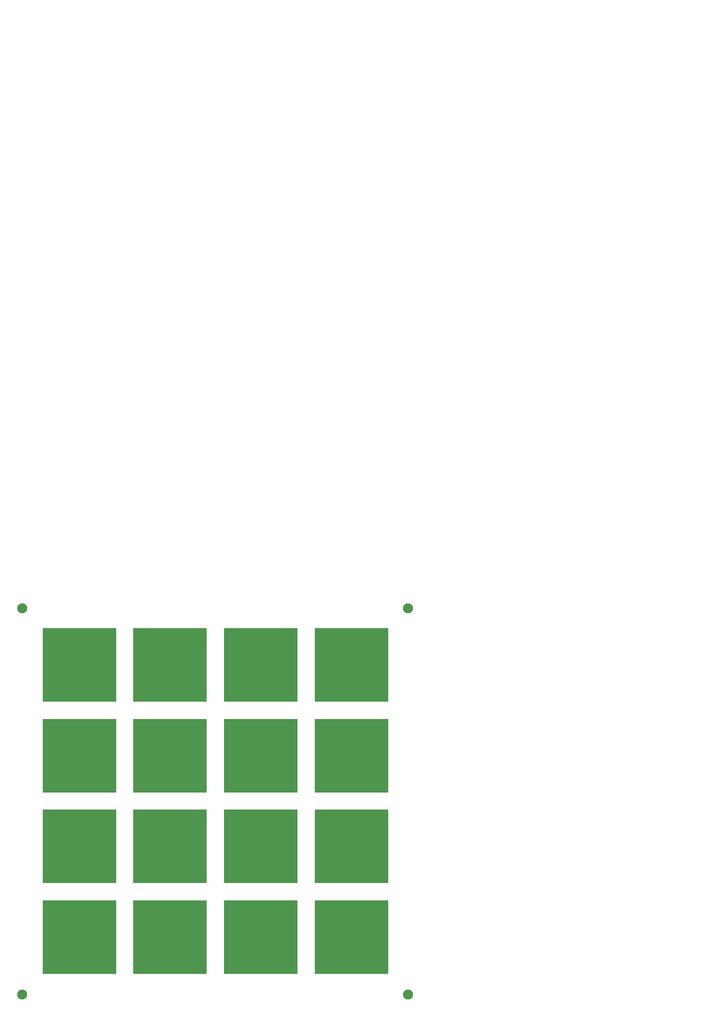
<source format=gbr>
%TF.GenerationSoftware,Altium Limited,Altium Designer,20.1.12 (249)*%
G04 Layer_Physical_Order=1*
G04 Layer_Color=255*
%FSLAX26Y26*%
%MOIN*%
%TF.SameCoordinates,D08FF7B1-8E93-4697-AE31-98C184C779B4*%
%TF.FilePolarity,Positive*%
%TF.FileFunction,Copper,L1,Top,Signal*%
%TF.Part,Single*%
G01*
G75*
%TA.AperFunction,ViaPad*%
%ADD10R,0.610236X0.610236*%
%ADD11C,0.082677*%
G36*
X5782598Y8184882D02*
D01*
D02*
G37*
D10*
X1399213Y2898228D02*
D03*
X650000D02*
D03*
X2148386D02*
D03*
X2897599D02*
D03*
X650000Y2149016D02*
D03*
X2148386D02*
D03*
X1399213D02*
D03*
X2897599D02*
D03*
Y650591D02*
D03*
Y1399803D02*
D03*
X2148386D02*
D03*
Y650591D02*
D03*
X650000Y1399803D02*
D03*
X1399213D02*
D03*
Y650591D02*
D03*
X650000D02*
D03*
D11*
X3366142Y177165D02*
D03*
Y3366142D02*
D03*
X177165Y177165D02*
D03*
Y3366142D02*
D03*
%TF.MD5,e289c9c8db618fe7350c8c3cea67553f*%
M02*

</source>
